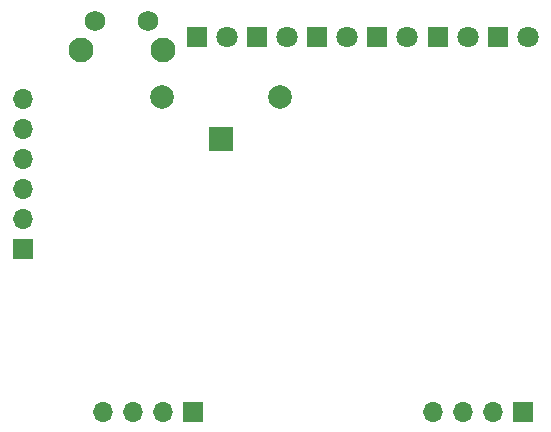
<source format=gbr>
%TF.GenerationSoftware,KiCad,Pcbnew,6.0.11-2627ca5db0~126~ubuntu20.04.1*%
%TF.CreationDate,2024-10-06T15:46:28-05:00*%
%TF.ProjectId,modbus_rtu_mirror_side_88x37x59mm,6d6f6462-7573-45f7-9274-755f6d697272,rev?*%
%TF.SameCoordinates,Original*%
%TF.FileFunction,Soldermask,Bot*%
%TF.FilePolarity,Negative*%
%FSLAX46Y46*%
G04 Gerber Fmt 4.6, Leading zero omitted, Abs format (unit mm)*
G04 Created by KiCad (PCBNEW 6.0.11-2627ca5db0~126~ubuntu20.04.1) date 2024-10-06 15:46:28*
%MOMM*%
%LPD*%
G01*
G04 APERTURE LIST*
%ADD10R,1.800000X1.800000*%
%ADD11C,1.800000*%
%ADD12C,2.000000*%
%ADD13R,2.000000X2.000000*%
%ADD14R,1.700000X1.700000*%
%ADD15O,1.700000X1.700000*%
%ADD16C,2.100000*%
%ADD17C,1.750000*%
G04 APERTURE END LIST*
D10*
%TO.C,D3*%
X131463000Y-104300000D03*
D11*
X134003000Y-104300000D03*
%TD*%
D12*
%TO.C,BT1*%
X113237000Y-109375000D03*
X123237000Y-109375000D03*
D13*
X118237000Y-112875000D03*
%TD*%
D14*
%TO.C,J3*%
X101473000Y-122174000D03*
D15*
X101473000Y-119634000D03*
X101473000Y-117094000D03*
X101473000Y-114554000D03*
X101473000Y-112014000D03*
X101473000Y-109474000D03*
%TD*%
D10*
%TO.C,D2*%
X136563000Y-104300000D03*
D11*
X139103000Y-104300000D03*
%TD*%
D10*
%TO.C,D4*%
X126363000Y-104300000D03*
D11*
X128903000Y-104300000D03*
%TD*%
D14*
%TO.C,J1*%
X115840000Y-135980000D03*
D15*
X113300000Y-135980000D03*
X110760000Y-135980000D03*
X108220000Y-135980000D03*
%TD*%
D10*
%TO.C,D1*%
X141663000Y-104300000D03*
D11*
X144203000Y-104300000D03*
%TD*%
D16*
%TO.C,SW1*%
X113340000Y-105357500D03*
X106330000Y-105357500D03*
D17*
X107580000Y-102867500D03*
X112080000Y-102867500D03*
%TD*%
D14*
%TO.C,J2*%
X143780000Y-135980000D03*
D15*
X141240000Y-135980000D03*
X138700000Y-135980000D03*
X136160000Y-135980000D03*
%TD*%
D10*
%TO.C,D5*%
X121263000Y-104300000D03*
D11*
X123803000Y-104300000D03*
%TD*%
D10*
%TO.C,D6*%
X116163000Y-104300000D03*
D11*
X118703000Y-104300000D03*
%TD*%
M02*

</source>
